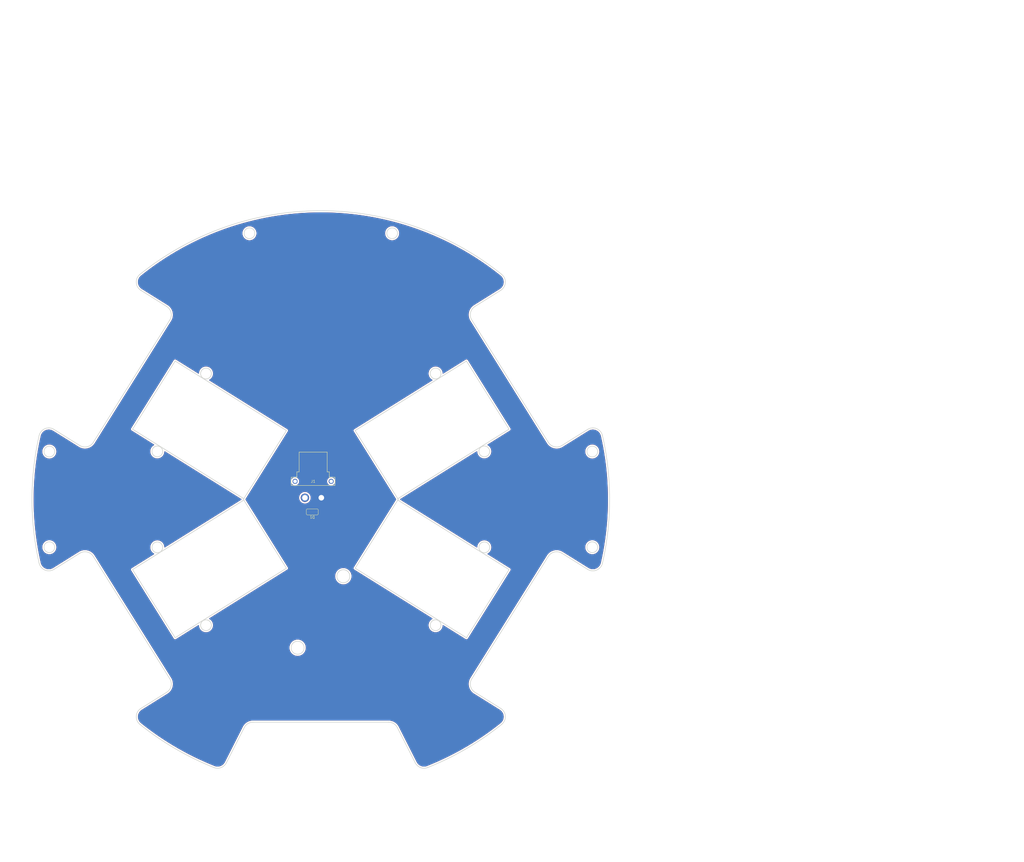
<source format=kicad_pcb>
(kicad_pcb (version 20240108) (generator "pcbnew") (generator_version "8.0")
  (layers (0 "F.Cu" signal) (31 "B.Cu" signal) (34 "B.Paste" user) (35 "F.Paste" user) (36 "B.SilkS" user "B.Silkscreen") (37 "F.SilkS" user "F.Silkscreen") (38 "B.Mask" user) (39 "F.Mask" user) (44 "Edge.Cuts" user))
  (net 0 "")
  (net 1 "+12V")
  (net 2 "GND")
  (footprint "2025:led0603" (layer "F.Cu") (at 100.875999 87.63 180)
    (property "Reference" "D1" (at 0 -1.6 180) (layer "F.SilkS") (effects (font (size 0.8 0.8) (thickness 0.1))))
    (property "Value" "LED")
    (fp_line (start 1.8 -0.6) (end 1.8 0.6) (stroke (width 0.1)) (layer "F.SilkS"))
    (fp_line (start -1.5 0.9) (end 1.5 0.9) (stroke (width 0.1)) (layer "F.SilkS"))
    (fp_line (start -1.5 -0.9) (end 1.5 -0.9) (stroke (width 0.1)) (layer "F.SilkS"))
    (fp_line (start -1.8 0.6) (end -1.8 -0.6) (stroke (width 0.1)) (layer "F.SilkS"))
    (fp_arc (start 1.8 0.6) (mid 1.712132 0.812132) (end 1.5 0.9) (stroke (width 0.1)) (layer "F.SilkS"))
    (fp_arc (start 1.5 -0.9) (mid 1.712132 -0.812132) (end 1.8 -0.6) (stroke (width 0.1)) (layer "F.SilkS"))
    (fp_arc (start -1.5 0.9) (mid -1.712132 0.812132) (end -1.8 0.6) (stroke (width 0.1)) (layer "F.SilkS"))
    (fp_arc (start -1.8 -0.6) (mid -1.712132 -0.812132) (end -1.5 -0.9) (stroke (width 0.1)) (layer "F.SilkS"))
    (pad "1" smd roundrect (at -0.799999 0 180) (size 1 1) (layers "F.Cu" "F.Mask") (roundrect_rratio 0.1) (net 2 "GND"))
    (pad "2" smd roundrect (at 0.799999 0 180) (size 1 1) (layers "F.Cu" "F.Mask") (roundrect_rratio 0.1) (net 1 "+12V"))
  )
  (footprint "2025:AMASS_XT30PW-F" (layer "F.Cu") (at 101.132 78.312)
    (property "Reference" "J1" (at 0 0 0) (layer "F.SilkS") (effects (font (size 0.8 0.8) (thickness 0.1))))
    (property "Value" "Conn_01x02")
    (fp_line (start -6.65 -1.25) (end -4.95 -1.25) (stroke (width 0.127)) (layer "F.SilkS"))
    (fp_line (start -6.65 1.25) (end -6.65 -1.25) (stroke (width 0.127)) (layer "F.SilkS"))
    (fp_line (start -4.95 -2.9) (end -4.27 -2.9) (stroke (width 0.127)) (layer "F.SilkS"))
    (fp_line (start -4.95 -1.25) (end -4.95 -2.9) (stroke (width 0.127)) (layer "F.SilkS"))
    (fp_line (start -4.27 -8.9) (end 4.27 -8.9) (stroke (width 0.127)) (layer "F.SilkS"))
    (fp_line (start -4.27 -2.9) (end -4.27 -8.9) (stroke (width 0.127)) (layer "F.SilkS"))
    (fp_line (start 4.27 -2.9) (end 4.27 -8.9) (stroke (width 0.127)) (layer "F.SilkS"))
    (fp_line (start 4.95 -2.9) (end 4.27 -2.9) (stroke (width 0.127)) (layer "F.SilkS"))
    (fp_line (start 4.95 -1.25) (end 4.95 -2.9) (stroke (width 0.127)) (layer "F.SilkS"))
    (fp_line (start 6.65 -1.25) (end 4.95 -1.25) (stroke (width 0.127)) (layer "F.SilkS"))
    (fp_line (start 6.65 1.25) (end -6.65 1.25) (stroke (width 0.127)) (layer "F.SilkS"))
    (fp_line (start 6.65 1.25) (end 6.65 -1.25) (stroke (width 0.127)) (layer "F.SilkS"))
    (pad "1" thru_hole circle (at -2.5 5) (size 2.55 2.55) (drill 1.7) (layers "*.Cu" "*.Mask") (net 1 "+12V"))
    (pad "2" thru_hole rect (at 2.5 5) (size 2.55 2.55) (drill 1.7) (layers "*.Cu" "*.Mask") (net 2 "GND"))
    (pad "S1" thru_hole circle (at 5.5 0) (size 1.508 1.508) (drill 1) (layers "*.Cu" "*.Mask"))
    (pad "S2" thru_hole circle (at -5.5 0) (size 1.508 1.508) (drill 1) (layers "*.Cu" "*.Mask"))
  )
  (gr_line (start 80.02008 84.017565) (end 46.098156 105.214336) (stroke (width 0.2)) (layer "Edge.Cuts"))
  (gr_arc (start 57.463505 138.499337) (mid 57.842472 140.763948) (end 56.509119 142.63324) (stroke (width 0.2)) (layer "Edge.Cuts"))
  (gr_arc (start 48.371018 15.194207) (mid 103.472553 -4.192231) (end 158.574088 15.194207) (stroke (width 0.2)) (layer "Edge.Cuts"))
  (gr_arc (start 149.481642 29.116268) (mid 149.102666 26.851598) (end 150.436053 24.982257) (stroke (width 0.2)) (layer "Edge.Cuts"))
  (gr_arc (start 34.147058 66.430318) (mid 32.277768 67.76367) (end 30.013158 67.384704) (stroke (width 0.2)) (layer "Edge.Cuts"))
  (gr_line (start 113.942004 104.794743) (end 147.863928 125.991514) (stroke (width 0.2)) (layer "Edge.Cuts"))
  (gr_line (start 176.931989 100.230859) (end 184.781346 105.135682) (stroke (width 0.2)) (layer "Edge.Cuts"))
  (gr_circle (center 96.41212 129.045071) (end 98.41212 129.045071) (stroke (width 0.2)) (fill none) (layer "Edge.Cuts"))
  (gr_line (start 48.659722 20.077449) (end 48.659722 20.07745) (stroke (width 0.2)) (layer "Edge.Cuts"))
  (gr_line (start 93.003102 62.820795) (end 80.02008 83.597973) (stroke (width 0.2)) (layer "Edge.Cuts"))
  (gr_line (start 127.056121 83.807769) (end 113.942004 104.794743) (stroke (width 0.2)) (layer "Edge.Cuts"))
  (gr_circle (center 186.196404 69.221322) (end 187.846404 69.221322) (stroke (width 0.2)) (fill none) (layer "Edge.Cuts"))
  (gr_arc (start 150.435981 142.633236) (mid 149.101042 140.757071) (end 149.48907 138.487382) (stroke (width 0.2)) (layer "Edge.Cuts"))
  (gr_line (start 160.84695 62.401202) (end 126.925026 83.597973) (stroke (width 0.2)) (layer "Edge.Cuts"))
  (gr_arc (start 80.139489 153.380155) (mid 81.245189 152.180047) (end 82.815497 151.736241) (stroke (width 0.2)) (layer "Edge.Cuts"))
  (gr_line (start 176.931985 100.230865) (end 176.931989 100.230859) (stroke (width 0.2)) (layer "Edge.Cuts"))
  (gr_line (start 80.02008 83.597973) (end 80.02008 84.017565) (stroke (width 0.2)) (layer "Edge.Cuts"))
  (gr_line (start 56.509119 142.63324) (end 48.659722 147.538088) (stroke (width 0.2)) (layer "Edge.Cuts"))
  (gr_arc (start 124.129613 151.736241) (mid 125.699914 152.180044) (end 126.805612 153.380143) (stroke (width 0.2)) (layer "Edge.Cuts"))
  (gr_line (start 59.081178 125.991514) (end 93.003102 104.794743) (stroke (width 0.2)) (layer "Edge.Cuts"))
  (gr_line (start 147.863928 125.991514) (end 160.84695 105.214336) (stroke (width 0.2)) (layer "Edge.Cuts"))
  (gr_line (start 126.805612 153.380143) (end 132.25272 164.129102) (stroke (width 0.2)) (layer "Edge.Cuts"))
  (gr_line (start 82.815497 151.736241) (end 124.129613 151.736241) (stroke (width 0.2)) (layer "Edge.Cuts"))
  (gr_line (start 147.863928 41.624024) (end 160.84695 62.401202) (stroke (width 0.2)) (layer "Edge.Cuts"))
  (gr_arc (start 17.648169 64.361043) (mid 19.420315 62.254702) (end 22.163759 62.479856) (stroke (width 0.2)) (layer "Edge.Cuts"))
  (gr_arc (start 189.296937 64.361043) (mid 191.472553 83.807769) (end 189.296937 103.254495) (stroke (width 0.2)) (layer "Edge.Cuts"))
  (gr_line (start 30.013158 67.384704) (end 22.163759 62.479856) (stroke (width 0.2)) (layer "Edge.Cuts"))
  (gr_line (start 158.285373 147.538081) (end 150.435981 142.633236) (stroke (width 0.2)) (layer "Edge.Cuts"))
  (gr_line (start 184.781346 62.479856) (end 176.931872 67.384752) (stroke (width 0.2)) (layer "Edge.Cuts"))
  (gr_arc (start 158.574088 15.194207) (mid 159.690402 17.71036) (end 158.285388 20.077448) (stroke (width 0.2)) (layer "Edge.Cuts"))
  (gr_line (start 57.463506 29.1162) (end 34.147058 66.430318) (stroke (width 0.2)) (layer "Edge.Cuts"))
  (gr_circle (center 186.196404 98.394216) (end 187.846404 98.394216) (stroke (width 0.2)) (fill none) (layer "Edge.Cuts"))
  (gr_circle (center 138.456088 122.176406) (end 140.106088 122.176406) (stroke (width 0.2)) (fill none) (layer "Edge.Cuts"))
  (gr_line (start 46.098156 105.214336) (end 59.081178 125.991514) (stroke (width 0.2)) (layer "Edge.Cuts"))
  (gr_arc (start 136.038944 165.560018) (mid 133.868158 165.57929) (end 132.25272 164.129102) (stroke (width 0.2)) (layer "Edge.Cuts"))
  (gr_line (start 149.48907 138.487382) (end 172.798028 101.185252) (stroke (width 0.2)) (layer "Edge.Cuts"))
  (gr_circle (center 20.748702 69.221322) (end 22.398702 69.221322) (stroke (width 0.2)) (fill none) (layer "Edge.Cuts"))
  (gr_line (start 57.463505 138.499337) (end 57.463506 138.499337) (stroke (width 0.2)) (layer "Edge.Cuts"))
  (gr_arc (start 184.781346 62.479856) (mid 187.52479 62.254704) (end 189.296937 64.361043) (stroke (width 0.2)) (layer "Edge.Cuts"))
  (gr_line (start 30.013157 100.230835) (end 30.013157 100.230834) (stroke (width 0.2)) (layer "Edge.Cuts"))
  (gr_circle (center 53.651278 98.431059) (end 55.301278 98.431059) (stroke (width 0.2)) (fill none) (layer "Edge.Cuts"))
  (gr_circle (center 68.489018 122.176406) (end 70.139018 122.176406) (stroke (width 0.2)) (fill none) (layer "Edge.Cuts"))
  (gr_circle (center 81.731753 2.67) (end 83.381753 2.67) (stroke (width 0.2)) (fill none) (layer "Edge.Cuts"))
  (gr_arc (start 176.931872 67.384752) (mid 174.662254 67.762535) (end 172.792579 66.421566) (stroke (width 0.2)) (layer "Edge.Cuts"))
  (gr_arc (start 70.906162 165.560018) (mid 59.149054 159.830315) (end 48.371018 152.421331) (stroke (width 0.2)) (layer "Edge.Cuts"))
  (gr_arc (start 30.013157 100.230835) (mid 32.277767 99.851868) (end 34.147058 101.185219) (stroke (width 0.2)) (layer "Edge.Cuts"))
  (gr_line (start 93.003102 104.794743) (end 80.02008 84.017565) (stroke (width 0.2)) (layer "Edge.Cuts"))
  (gr_circle (center 20.748702 98.394216) (end 22.398702 98.394216) (stroke (width 0.2)) (fill none) (layer "Edge.Cuts"))
  (gr_line (start 150.436053 24.982257) (end 158.285388 20.077448) (stroke (width 0.2)) (layer "Edge.Cuts"))
  (gr_line (start 172.792579 66.421566) (end 149.481642 29.116268) (stroke (width 0.2)) (layer "Edge.Cuts"))
  (gr_circle (center 153.293828 98.431059) (end 154.943828 98.431059) (stroke (width 0.2)) (fill none) (layer "Edge.Cuts"))
  (gr_line (start 22.163759 105.135682) (end 30.013157 100.230834) (stroke (width 0.2)) (layer "Edge.Cuts"))
  (gr_arc (start 22.163759 105.135682) (mid 19.420315 105.360836) (end 17.648169 103.254495) (stroke (width 0.2)) (layer "Edge.Cuts"))
  (gr_arc (start 74.692391 164.129093) (mid 73.076952 165.579285) (end 70.906162 165.560018) (stroke (width 0.2)) (layer "Edge.Cuts"))
  (gr_line (start 59.081178 41.624024) (end 93.003102 62.820795) (stroke (width 0.2)) (layer "Edge.Cuts"))
  (gr_circle (center 125.213353 2.67) (end 126.863353 2.67) (stroke (width 0.2)) (fill none) (layer "Edge.Cuts"))
  (gr_arc (start 172.798028 101.185252) (mid 174.667347 99.851882) (end 176.931985 100.230865) (stroke (width 0.2)) (layer "Edge.Cuts"))
  (gr_line (start 34.147058 101.185219) (end 57.463506 138.499337) (stroke (width 0.2)) (layer "Edge.Cuts"))
  (gr_line (start 113.942004 62.820795) (end 147.863928 41.624024) (stroke (width 0.2)) (layer "Edge.Cuts"))
  (gr_arc (start 158.285373 147.538081) (mid 159.690388 149.90517) (end 158.574088 152.421331) (stroke (width 0.2)) (layer "Edge.Cuts"))
  (gr_circle (center 138.456088 45.439132) (end 140.106088 45.439132) (stroke (width 0.2)) (fill none) (layer "Edge.Cuts"))
  (gr_arc (start 48.659722 20.077449) (mid 47.254709 17.71036) (end 48.371018 15.194207) (stroke (width 0.2)) (layer "Edge.Cuts"))
  (gr_circle (center 68.489018 45.439132) (end 70.139018 45.439132) (stroke (width 0.2)) (fill none) (layer "Edge.Cuts"))
  (gr_arc (start 48.371018 152.421331) (mid 47.254709 149.905177) (end 48.659722 147.538088) (stroke (width 0.2)) (layer "Edge.Cuts"))
  (gr_line (start 48.659722 20.07745) (end 56.50912 24.982299) (stroke (width 0.2)) (layer "Edge.Cuts"))
  (gr_arc (start 56.50912 24.9823) (mid 57.842472 26.85159) (end 57.463506 29.1162) (stroke (width 0.2)) (layer "Edge.Cuts"))
  (gr_arc (start 189.296937 103.254495) (mid 187.52479 105.360839) (end 184.781346 105.135682) (stroke (width 0.2)) (layer "Edge.Cuts"))
  (gr_line (start 56.50912 24.9823) (end 56.50912 24.982299) (stroke (width 0.2)) (layer "Edge.Cuts"))
  (gr_line (start 46.098156 62.401202) (end 59.081178 41.624024) (stroke (width 0.2)) (layer "Edge.Cuts"))
  (gr_arc (start 17.648169 103.254495) (mid 15.472553 83.807769) (end 17.648169 64.361043) (stroke (width 0.2)) (layer "Edge.Cuts"))
  (gr_line (start 74.692391 164.129093) (end 80.139489 153.380155) (stroke (width 0.2)) (layer "Edge.Cuts"))
  (gr_circle (center 53.651278 69.184479) (end 55.301278 69.184479) (stroke (width 0.2)) (fill none) (layer "Edge.Cuts"))
  (gr_line (start 127.056121 83.807769) (end 113.942004 62.820795) (stroke (width 0.2)) (layer "Edge.Cuts"))
  (gr_line (start 80.02008 83.597973) (end 46.098156 62.401202) (stroke (width 0.2)) (layer "Edge.Cuts"))
  (gr_line (start 160.84695 105.214336) (end 126.925026 84.017565) (stroke (width 0.2)) (layer "Edge.Cuts"))
  (gr_circle (center 153.293828 69.184479) (end 154.943828 69.184479) (stroke (width 0.2)) (fill none) (layer "Edge.Cuts"))
  (gr_circle (center 110.342397 107.240824) (end 112.342397 107.240824) (stroke (width 0.2)) (fill none) (layer "Edge.Cuts"))
  (gr_arc (start 158.574088 152.421331) (mid 147.796052 159.830314) (end 136.038944 165.560018) (stroke (width 0.2)) (layer "Edge.Cuts"))
  (zone (net 1) (net_name "+12V") (layer "F.Cu") (connect_pads yes (clearance 0.5)) (min_thickness 0.25) (fill yes (thermal_gap 0.5) (thermal_bridge_width 0.5) (smoothing chamfer))
    (polygon (pts (xy 100.838 81.407) (xy 96.901 81.407) (xy 97.028 86.487) (xy 99.441 86.487) (xy 99.441 88.392) (xy 100.838 88.392)))
  )
  (zone (net 2) (net_name "GND") (layers "F&B.Cu") (priority 1) (connect_pads yes (clearance 0.5)) (min_thickness 0.25) (fill yes (thermal_gap 0.5) (thermal_bridge_width 0.5) (smoothing chamfer) (radius 0.25))
    (polygon (pts (xy 5.715 194.31) (xy 310.134 193.802) (xy 317.754 -68.453) (xy 5.715 -55.499) (xy 5.715 -4.191)))
  )
)
</source>
